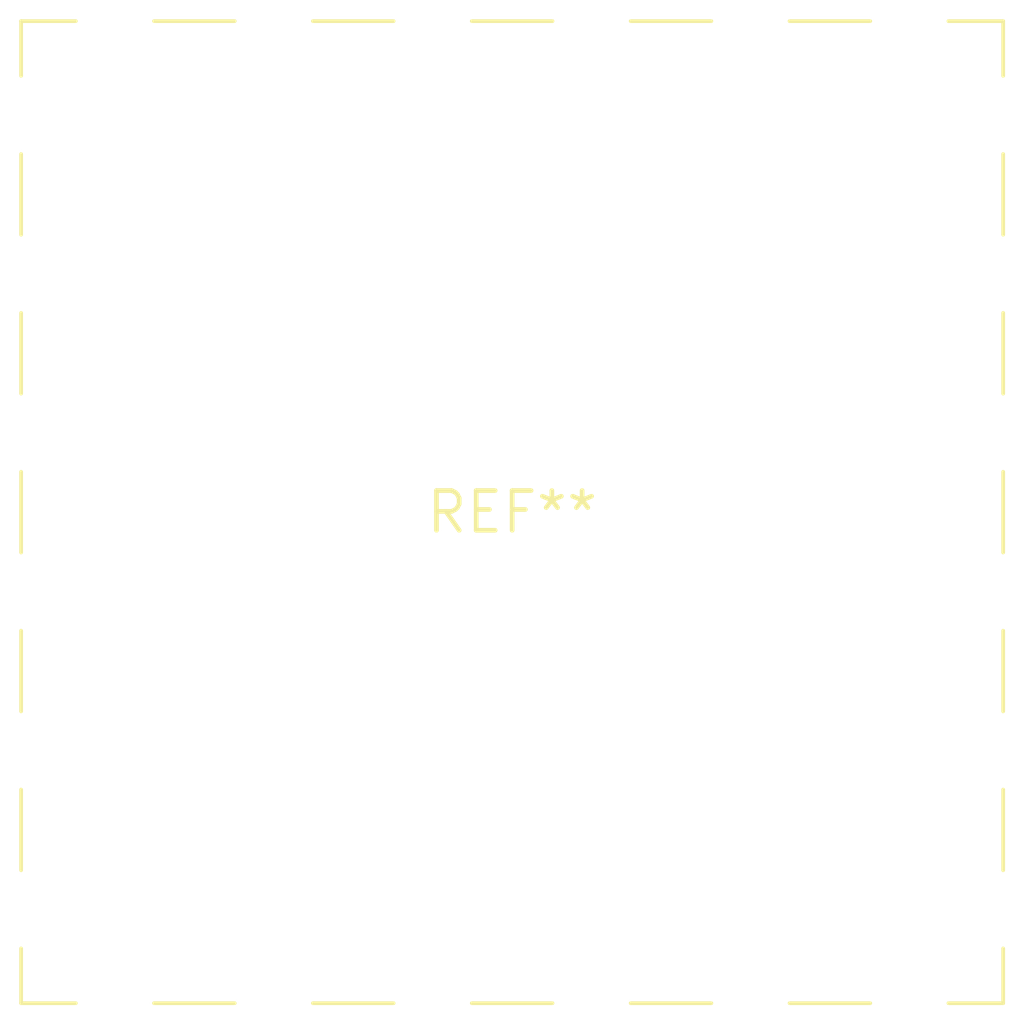
<source format=kicad_pcb>
(kicad_pcb (version 20240108) (generator pcbnew)
  (layers (0 "F.Cu" signal) (31 "B.Cu" signal) (34 "B.Paste" user) (35 "F.Paste" user) (36 "B.SilkS" user "B.Silkscreen") (37 "F.SilkS" user "F.Silkscreen") (38 "B.Mask" user) (39 "F.Mask" user) (44 "Edge.Cuts" user))
  (net 0 "")
  (footprint "Wuerth_36503305_30x30mm" (layer "F.Cu") (at 0 0)
    (property "Reference" "REF**")
    (property "Value" "Wuerth_36503305_30x30mm")
    (fp_line (start -15.7 -15.7) (end -13.95 -15.7) (layer "F.SilkS") (stroke (width 0.12)))
    (fp_line (start -15.7 -13.95) (end -15.7 -15.7) (layer "F.SilkS") (stroke (width 0.12)))
    (fp_line (start -15.7 -8.87) (end -15.7 -11.45) (layer "F.SilkS") (stroke (width 0.12)))
    (fp_line (start -15.7 -3.79) (end -15.7 -6.37) (layer "F.SilkS") (stroke (width 0.12)))
    (fp_line (start -15.7 -1.29) (end -15.7 1.29) (layer "F.SilkS") (stroke (width 0.12)))
    (fp_line (start -15.7 3.79) (end -15.7 6.37) (layer "F.SilkS") (stroke (width 0.12)))
    (fp_line (start -15.7 8.87) (end -15.7 11.45) (layer "F.SilkS") (stroke (width 0.12)))
    (fp_line (start -15.7 13.95) (end -15.7 15.7) (layer "F.SilkS") (stroke (width 0.12)))
    (fp_line (start -15.7 15.7) (end -13.95 15.7) (layer "F.SilkS") (stroke (width 0.12)))
    (fp_line (start -8.87 -15.7) (end -11.45 -15.7) (layer "F.SilkS") (stroke (width 0.12)))
    (fp_line (start -8.87 15.7) (end -11.45 15.7) (layer "F.SilkS") (stroke (width 0.12)))
    (fp_line (start -3.79 -15.7) (end -6.37 -15.7) (layer "F.SilkS") (stroke (width 0.12)))
    (fp_line (start -3.79 15.7) (end -6.37 15.7) (layer "F.SilkS") (stroke (width 0.12)))
    (fp_line (start 1.29 -15.7) (end -1.29 -15.7) (layer "F.SilkS") (stroke (width 0.12)))
    (fp_line (start 1.29 15.7) (end -1.29 15.7) (layer "F.SilkS") (stroke (width 0.12)))
    (fp_line (start 3.79 -15.7) (end 6.37 -15.7) (layer "F.SilkS") (stroke (width 0.12)))
    (fp_line (start 3.79 15.7) (end 6.37 15.7) (layer "F.SilkS") (stroke (width 0.12)))
    (fp_line (start 8.87 -15.7) (end 11.45 -15.7) (layer "F.SilkS") (stroke (width 0.12)))
    (fp_line (start 8.87 15.7) (end 11.45 15.7) (layer "F.SilkS") (stroke (width 0.12)))
    (fp_line (start 15.7 -15.7) (end 13.95 -15.7) (layer "F.SilkS") (stroke (width 0.12)))
    (fp_line (start 15.7 -13.95) (end 15.7 -15.7) (layer "F.SilkS") (stroke (width 0.12)))
    (fp_line (start 15.7 -8.87) (end 15.7 -11.45) (layer "F.SilkS") (stroke (width 0.12)))
    (fp_line (start 15.7 -3.79) (end 15.7 -6.37) (layer "F.SilkS") (stroke (width 0.12)))
    (fp_line (start 15.7 1.29) (end 15.7 -1.29) (layer "F.SilkS") (stroke (width 0.12)))
    (fp_line (start 15.7 3.79) (end 15.7 6.37) (layer "F.SilkS") (stroke (width 0.12)))
    (fp_line (start 15.7 8.87) (end 15.7 11.45) (layer "F.SilkS") (stroke (width 0.12)))
    (fp_line (start 15.7 13.95) (end 15.7 15.7) (layer "F.SilkS") (stroke (width 0.12)))
    (fp_line (start 15.7 15.7) (end 13.95 15.7) (layer "F.SilkS") (stroke (width 0.12)))
    (pad "1" thru_hole circle (at -15.25 -12.7) (size 1.7 1.7) (drill 1.1) (layers *.Cu *.Mask) (remove_unused_layers))
    (pad "1" thru_hole circle (at -15.25 -7.62) (size 1.7 1.7) (drill 1.1) (layers *.Cu *.Mask) (remove_unused_layers))
    (pad "1" thru_hole circle (at -15.25 -2.54) (size 1.7 1.7) (drill 1.1) (layers *.Cu *.Mask) (remove_unused_layers))
    (pad "1" thru_hole circle (at -15.25 2.54) (size 1.7 1.7) (drill 1.1) (layers *.Cu *.Mask) (remove_unused_layers))
    (pad "1" thru_hole circle (at -15.25 7.62) (size 1.7 1.7) (drill 1.1) (layers *.Cu *.Mask) (remove_unused_layers))
    (pad "1" thru_hole circle (at -15.25 12.7) (size 1.7 1.7) (drill 1.1) (layers *.Cu *.Mask) (remove_unused_layers))
    (pad "1" thru_hole circle (at -12.7 -15.25) (size 1.7 1.7) (drill 1.1) (layers *.Cu *.Mask) (remove_unused_layers))
    (pad "1" thru_hole circle (at -12.7 15.25) (size 1.7 1.7) (drill 1.1) (layers *.Cu *.Mask) (remove_unused_layers))
    (pad "1" thru_hole circle (at -7.62 -15.25) (size 1.7 1.7) (drill 1.1) (layers *.Cu *.Mask) (remove_unused_layers))
    (pad "1" thru_hole circle (at -7.62 15.25) (size 1.7 1.7) (drill 1.1) (layers *.Cu *.Mask) (remove_unused_layers))
    (pad "1" thru_hole circle (at -2.54 -15.25) (size 1.7 1.7) (drill 1.1) (layers *.Cu *.Mask) (remove_unused_layers))
    (pad "1" thru_hole circle (at -2.54 15.25) (size 1.7 1.7) (drill 1.1) (layers *.Cu *.Mask) (remove_unused_layers))
    (pad "1" thru_hole circle (at 2.54 -15.25) (size 1.7 1.7) (drill 1.1) (layers *.Cu *.Mask) (remove_unused_layers))
    (pad "1" thru_hole circle (at 2.54 15.25) (size 1.7 1.7) (drill 1.1) (layers *.Cu *.Mask) (remove_unused_layers))
    (pad "1" thru_hole circle (at 7.62 -15.25) (size 1.7 1.7) (drill 1.1) (layers *.Cu *.Mask) (remove_unused_layers))
    (pad "1" thru_hole circle (at 7.62 15.25) (size 1.7 1.7) (drill 1.1) (layers *.Cu *.Mask) (remove_unused_layers))
    (pad "1" thru_hole circle (at 12.7 -15.25) (size 1.7 1.7) (drill 1.1) (layers *.Cu *.Mask) (remove_unused_layers))
    (pad "1" thru_hole circle (at 12.7 15.25) (size 1.7 1.7) (drill 1.1) (layers *.Cu *.Mask) (remove_unused_layers))
    (pad "1" thru_hole circle (at 15.25 -12.7) (size 1.7 1.7) (drill 1.1) (layers *.Cu *.Mask) (remove_unused_layers))
    (pad "1" thru_hole circle (at 15.25 -7.62) (size 1.7 1.7) (drill 1.1) (layers *.Cu *.Mask) (remove_unused_layers))
    (pad "1" thru_hole circle (at 15.25 -2.54) (size 1.7 1.7) (drill 1.1) (layers *.Cu *.Mask) (remove_unused_layers))
    (pad "1" thru_hole circle (at 15.25 2.54) (size 1.7 1.7) (drill 1.1) (layers *.Cu *.Mask) (remove_unused_layers))
    (pad "1" thru_hole circle (at 15.25 7.62) (size 1.7 1.7) (drill 1.1) (layers *.Cu *.Mask) (remove_unused_layers))
    (pad "1" thru_hole circle (at 15.25 12.7) (size 1.7 1.7) (drill 1.1) (layers *.Cu *.Mask) (remove_unused_layers))
  )
)
</source>
